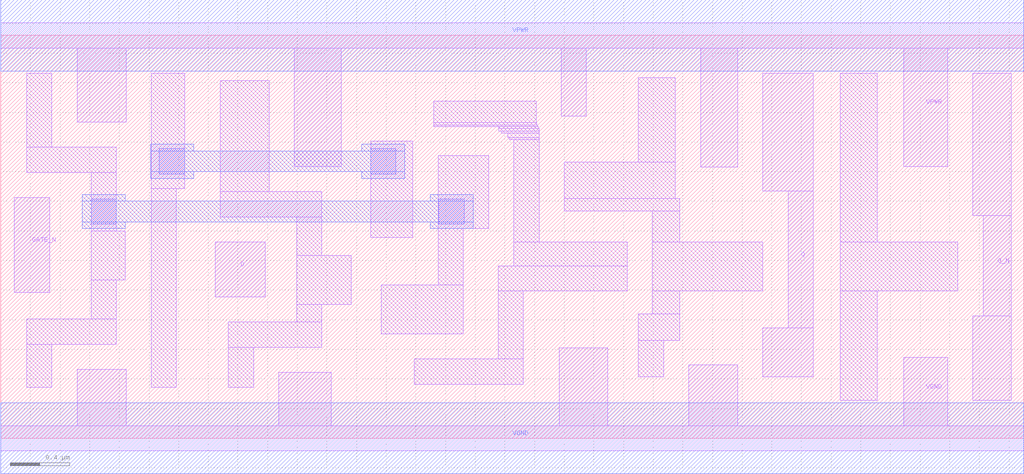
<source format=lef>
# Copyright 2020 The SkyWater PDK Authors
#
# Licensed under the Apache License, Version 2.0 (the "License");
# you may not use this file except in compliance with the License.
# You may obtain a copy of the License at
#
#     https://www.apache.org/licenses/LICENSE-2.0
#
# Unless required by applicable law or agreed to in writing, software
# distributed under the License is distributed on an "AS IS" BASIS,
# WITHOUT WARRANTIES OR CONDITIONS OF ANY KIND, either express or implied.
# See the License for the specific language governing permissions and
# limitations under the License.
#
# SPDX-License-Identifier: Apache-2.0

VERSION 5.5 ;
NAMESCASESENSITIVE ON ;
BUSBITCHARS "[]" ;
DIVIDERCHAR "/" ;
MACRO sky130_fd_sc_hd__dlxbn_1
  CLASS CORE ;
  SOURCE USER ;
  ORIGIN  0.000000  0.000000 ;
  SIZE  6.900000 BY  2.720000 ;
  SYMMETRY X Y R90 ;
  SITE unithd ;
  PIN D
    ANTENNAGATEAREA  0.159000 ;
    DIRECTION INPUT ;
    USE SIGNAL ;
    PORT
      LAYER li1 ;
        RECT 1.445000 0.955000 1.785000 1.325000 ;
    END
  END D
  PIN Q
    ANTENNADIFFAREA  0.429000 ;
    DIRECTION OUTPUT ;
    USE SIGNAL ;
    PORT
      LAYER li1 ;
        RECT 5.140000 0.415000 5.480000 0.745000 ;
        RECT 5.140000 1.670000 5.480000 2.465000 ;
        RECT 5.310000 0.745000 5.480000 1.670000 ;
    END
  END Q
  PIN Q_N
    ANTENNADIFFAREA  0.429000 ;
    DIRECTION OUTPUT ;
    USE SIGNAL ;
    PORT
      LAYER li1 ;
        RECT 6.555000 0.255000 6.815000 0.825000 ;
        RECT 6.555000 1.505000 6.815000 2.465000 ;
        RECT 6.625000 0.825000 6.815000 1.505000 ;
    END
  END Q_N
  PIN GATE_N
    ANTENNAGATEAREA  0.159000 ;
    DIRECTION INPUT ;
    USE CLOCK ;
    PORT
      LAYER li1 ;
        RECT 0.090000 0.985000 0.330000 1.625000 ;
    END
  END GATE_N
  PIN VGND
    DIRECTION INOUT ;
    SHAPE ABUTMENT ;
    USE GROUND ;
    PORT
      LAYER li1 ;
        RECT 0.000000 -0.085000 6.900000 0.085000 ;
        RECT 0.515000  0.085000 0.845000 0.465000 ;
        RECT 1.875000  0.085000 2.230000 0.445000 ;
        RECT 3.765000  0.085000 4.095000 0.610000 ;
        RECT 4.640000  0.085000 4.970000 0.495000 ;
        RECT 6.090000  0.085000 6.385000 0.545000 ;
    END
    PORT
      LAYER met1 ;
        RECT 0.000000 -0.240000 6.900000 0.240000 ;
    END
  END VGND
  PIN VPWR
    DIRECTION INOUT ;
    SHAPE ABUTMENT ;
    USE POWER ;
    PORT
      LAYER li1 ;
        RECT 0.000000 2.635000 6.900000 2.805000 ;
        RECT 0.515000 2.135000 0.845000 2.635000 ;
        RECT 1.980000 1.835000 2.295000 2.635000 ;
        RECT 3.780000 2.175000 3.950000 2.635000 ;
        RECT 4.720000 1.830000 4.970000 2.635000 ;
        RECT 6.090000 1.835000 6.385000 2.635000 ;
    END
    PORT
      LAYER met1 ;
        RECT 0.000000 2.480000 6.900000 2.960000 ;
    END
  END VPWR
  OBS
    LAYER li1 ;
      RECT 0.175000 0.345000 0.345000 0.635000 ;
      RECT 0.175000 0.635000 0.780000 0.805000 ;
      RECT 0.175000 1.795000 0.780000 1.965000 ;
      RECT 0.175000 1.965000 0.345000 2.465000 ;
      RECT 0.610000 0.805000 0.780000 1.070000 ;
      RECT 0.610000 1.070000 0.840000 1.400000 ;
      RECT 0.610000 1.400000 0.780000 1.795000 ;
      RECT 1.015000 0.345000 1.185000 1.685000 ;
      RECT 1.015000 1.685000 1.240000 2.465000 ;
      RECT 1.480000 1.495000 2.165000 1.665000 ;
      RECT 1.480000 1.665000 1.810000 2.415000 ;
      RECT 1.535000 0.345000 1.705000 0.615000 ;
      RECT 1.535000 0.615000 2.165000 0.785000 ;
      RECT 1.995000 0.785000 2.165000 0.905000 ;
      RECT 1.995000 0.905000 2.365000 1.235000 ;
      RECT 1.995000 1.235000 2.165000 1.495000 ;
      RECT 2.495000 1.355000 2.780000 2.005000 ;
      RECT 2.565000 0.705000 3.120000 1.035000 ;
      RECT 2.790000 0.365000 3.525000 0.535000 ;
      RECT 2.920000 2.105000 3.620000 2.115000 ;
      RECT 2.920000 2.115000 3.615000 2.130000 ;
      RECT 2.920000 2.130000 3.610000 2.275000 ;
      RECT 2.950000 1.035000 3.120000 1.415000 ;
      RECT 2.950000 1.415000 3.290000 1.910000 ;
      RECT 3.355000 0.535000 3.525000 0.995000 ;
      RECT 3.355000 0.995000 4.225000 1.165000 ;
      RECT 3.360000 2.075000 3.630000 2.090000 ;
      RECT 3.360000 2.090000 3.625000 2.105000 ;
      RECT 3.375000 2.060000 3.630000 2.075000 ;
      RECT 3.420000 2.030000 3.630000 2.060000 ;
      RECT 3.430000 2.015000 3.630000 2.030000 ;
      RECT 3.460000 1.165000 4.225000 1.325000 ;
      RECT 3.460000 1.325000 3.630000 2.015000 ;
      RECT 3.800000 1.535000 4.580000 1.620000 ;
      RECT 3.800000 1.620000 4.550000 1.865000 ;
      RECT 4.300000 0.415000 4.470000 0.660000 ;
      RECT 4.300000 0.660000 4.580000 0.840000 ;
      RECT 4.300000 1.865000 4.550000 2.435000 ;
      RECT 4.395000 0.840000 4.580000 0.995000 ;
      RECT 4.395000 0.995000 5.140000 1.325000 ;
      RECT 4.395000 1.325000 4.580000 1.535000 ;
      RECT 5.660000 0.255000 5.910000 0.995000 ;
      RECT 5.660000 0.995000 6.455000 1.325000 ;
      RECT 5.660000 1.325000 5.910000 2.465000 ;
    LAYER mcon ;
      RECT 0.610000 1.445000 0.780000 1.615000 ;
      RECT 1.070000 1.785000 1.240000 1.955000 ;
      RECT 2.495000 1.785000 2.665000 1.955000 ;
      RECT 2.955000 1.445000 3.125000 1.615000 ;
    LAYER met1 ;
      RECT 0.550000 1.415000 0.840000 1.460000 ;
      RECT 0.550000 1.460000 3.185000 1.600000 ;
      RECT 0.550000 1.600000 0.840000 1.645000 ;
      RECT 1.010000 1.755000 1.300000 1.800000 ;
      RECT 1.010000 1.800000 2.725000 1.940000 ;
      RECT 1.010000 1.940000 1.300000 1.985000 ;
      RECT 2.435000 1.755000 2.725000 1.800000 ;
      RECT 2.435000 1.940000 2.725000 1.985000 ;
      RECT 2.895000 1.415000 3.185000 1.460000 ;
      RECT 2.895000 1.600000 3.185000 1.645000 ;
  END
END sky130_fd_sc_hd__dlxbn_1

</source>
